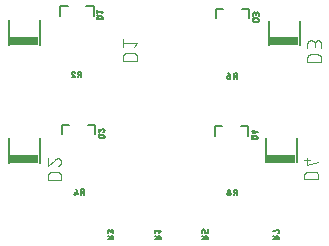
<source format=gbr>
G04 EAGLE Gerber RS-274X export*
G75*
%MOMM*%
%FSLAX34Y34*%
%LPD*%
%INSilkscreen Bottom*%
%IPPOS*%
%AMOC8*
5,1,8,0,0,1.08239X$1,22.5*%
G01*
%ADD10C,0.203200*%
%ADD11R,2.450000X0.675000*%
%ADD12C,0.101600*%
%ADD13C,0.127000*%


D10*
X109346Y222804D02*
X109346Y243404D01*
X83346Y243404D02*
X83346Y222804D01*
D11*
X96346Y225879D03*
D12*
X179904Y209262D02*
X191588Y209262D01*
X191588Y212508D01*
X191589Y212508D02*
X191587Y212621D01*
X191581Y212734D01*
X191571Y212847D01*
X191557Y212960D01*
X191540Y213072D01*
X191518Y213183D01*
X191493Y213293D01*
X191463Y213403D01*
X191430Y213511D01*
X191393Y213618D01*
X191353Y213724D01*
X191308Y213828D01*
X191260Y213931D01*
X191209Y214032D01*
X191154Y214131D01*
X191096Y214228D01*
X191034Y214323D01*
X190969Y214416D01*
X190901Y214506D01*
X190830Y214594D01*
X190755Y214680D01*
X190678Y214763D01*
X190598Y214843D01*
X190515Y214920D01*
X190429Y214995D01*
X190341Y215066D01*
X190251Y215134D01*
X190158Y215199D01*
X190063Y215261D01*
X189966Y215319D01*
X189867Y215374D01*
X189766Y215425D01*
X189663Y215473D01*
X189559Y215518D01*
X189453Y215558D01*
X189346Y215595D01*
X189238Y215628D01*
X189128Y215658D01*
X189018Y215683D01*
X188907Y215705D01*
X188795Y215722D01*
X188682Y215736D01*
X188569Y215746D01*
X188456Y215752D01*
X188343Y215754D01*
X188343Y215753D02*
X183150Y215753D01*
X183150Y215754D02*
X183037Y215752D01*
X182924Y215746D01*
X182811Y215736D01*
X182698Y215722D01*
X182586Y215705D01*
X182475Y215683D01*
X182365Y215658D01*
X182255Y215628D01*
X182147Y215595D01*
X182040Y215558D01*
X181934Y215518D01*
X181830Y215473D01*
X181727Y215425D01*
X181626Y215374D01*
X181527Y215319D01*
X181430Y215261D01*
X181335Y215199D01*
X181242Y215134D01*
X181152Y215066D01*
X181064Y214995D01*
X180978Y214920D01*
X180895Y214843D01*
X180815Y214763D01*
X180738Y214680D01*
X180663Y214594D01*
X180592Y214506D01*
X180524Y214416D01*
X180459Y214323D01*
X180397Y214228D01*
X180339Y214131D01*
X180284Y214032D01*
X180233Y213931D01*
X180185Y213828D01*
X180140Y213724D01*
X180100Y213618D01*
X180063Y213511D01*
X180030Y213403D01*
X180000Y213293D01*
X179975Y213183D01*
X179953Y213072D01*
X179936Y212960D01*
X179922Y212847D01*
X179912Y212734D01*
X179906Y212621D01*
X179904Y212508D01*
X179904Y209262D01*
X188992Y221073D02*
X191588Y224319D01*
X179904Y224319D01*
X179904Y227564D02*
X179904Y221073D01*
D10*
X109316Y143247D02*
X109316Y122647D01*
X83316Y122647D02*
X83316Y143247D01*
D11*
X96316Y125722D03*
D12*
X115874Y108105D02*
X127558Y108105D01*
X127558Y111350D01*
X127556Y111463D01*
X127550Y111576D01*
X127540Y111689D01*
X127526Y111802D01*
X127509Y111914D01*
X127487Y112025D01*
X127462Y112135D01*
X127432Y112245D01*
X127399Y112353D01*
X127362Y112460D01*
X127322Y112566D01*
X127277Y112670D01*
X127229Y112773D01*
X127178Y112874D01*
X127123Y112973D01*
X127065Y113070D01*
X127003Y113165D01*
X126938Y113258D01*
X126870Y113348D01*
X126799Y113436D01*
X126724Y113522D01*
X126647Y113605D01*
X126567Y113685D01*
X126484Y113762D01*
X126398Y113837D01*
X126310Y113908D01*
X126220Y113976D01*
X126127Y114041D01*
X126032Y114103D01*
X125935Y114161D01*
X125836Y114216D01*
X125735Y114267D01*
X125632Y114315D01*
X125528Y114360D01*
X125422Y114400D01*
X125315Y114437D01*
X125207Y114470D01*
X125097Y114500D01*
X124987Y114525D01*
X124876Y114547D01*
X124764Y114564D01*
X124651Y114578D01*
X124538Y114588D01*
X124425Y114594D01*
X124312Y114596D01*
X119119Y114596D01*
X119006Y114594D01*
X118893Y114588D01*
X118780Y114578D01*
X118667Y114564D01*
X118555Y114547D01*
X118444Y114525D01*
X118334Y114500D01*
X118224Y114470D01*
X118116Y114437D01*
X118009Y114400D01*
X117903Y114360D01*
X117799Y114315D01*
X117696Y114267D01*
X117595Y114216D01*
X117496Y114161D01*
X117399Y114103D01*
X117304Y114041D01*
X117211Y113976D01*
X117121Y113908D01*
X117033Y113837D01*
X116947Y113762D01*
X116864Y113685D01*
X116784Y113605D01*
X116707Y113522D01*
X116632Y113436D01*
X116561Y113348D01*
X116493Y113258D01*
X116428Y113165D01*
X116366Y113070D01*
X116308Y112973D01*
X116253Y112874D01*
X116202Y112773D01*
X116154Y112670D01*
X116109Y112566D01*
X116069Y112460D01*
X116032Y112353D01*
X115999Y112245D01*
X115969Y112135D01*
X115944Y112025D01*
X115922Y111914D01*
X115905Y111802D01*
X115891Y111689D01*
X115881Y111576D01*
X115875Y111463D01*
X115873Y111350D01*
X115874Y111350D02*
X115874Y108105D01*
X127558Y123486D02*
X127556Y123593D01*
X127550Y123699D01*
X127540Y123805D01*
X127527Y123911D01*
X127509Y124017D01*
X127488Y124121D01*
X127463Y124225D01*
X127434Y124328D01*
X127402Y124429D01*
X127365Y124529D01*
X127325Y124628D01*
X127282Y124726D01*
X127235Y124822D01*
X127184Y124916D01*
X127130Y125008D01*
X127073Y125098D01*
X127013Y125186D01*
X126949Y125271D01*
X126882Y125354D01*
X126812Y125435D01*
X126740Y125513D01*
X126664Y125589D01*
X126586Y125661D01*
X126505Y125731D01*
X126422Y125798D01*
X126337Y125862D01*
X126249Y125922D01*
X126159Y125979D01*
X126067Y126033D01*
X125973Y126084D01*
X125877Y126131D01*
X125779Y126174D01*
X125680Y126214D01*
X125580Y126251D01*
X125479Y126283D01*
X125376Y126312D01*
X125272Y126337D01*
X125168Y126358D01*
X125062Y126376D01*
X124956Y126389D01*
X124850Y126399D01*
X124744Y126405D01*
X124637Y126407D01*
X127558Y123486D02*
X127556Y123365D01*
X127550Y123244D01*
X127540Y123124D01*
X127527Y123003D01*
X127509Y122884D01*
X127488Y122764D01*
X127463Y122646D01*
X127434Y122529D01*
X127401Y122412D01*
X127365Y122297D01*
X127324Y122183D01*
X127281Y122070D01*
X127233Y121958D01*
X127182Y121849D01*
X127127Y121741D01*
X127069Y121634D01*
X127008Y121530D01*
X126943Y121428D01*
X126875Y121328D01*
X126804Y121230D01*
X126730Y121134D01*
X126653Y121041D01*
X126572Y120951D01*
X126489Y120863D01*
X126403Y120778D01*
X126314Y120695D01*
X126223Y120616D01*
X126129Y120539D01*
X126033Y120466D01*
X125935Y120396D01*
X125834Y120329D01*
X125731Y120265D01*
X125626Y120205D01*
X125519Y120148D01*
X125411Y120094D01*
X125301Y120044D01*
X125189Y119998D01*
X125076Y119955D01*
X124961Y119916D01*
X122365Y125433D02*
X122442Y125512D01*
X122523Y125588D01*
X122606Y125661D01*
X122691Y125731D01*
X122779Y125798D01*
X122869Y125862D01*
X122961Y125922D01*
X123056Y125979D01*
X123152Y126033D01*
X123250Y126084D01*
X123350Y126131D01*
X123452Y126175D01*
X123555Y126215D01*
X123659Y126251D01*
X123765Y126283D01*
X123871Y126312D01*
X123979Y126337D01*
X124087Y126359D01*
X124197Y126376D01*
X124306Y126390D01*
X124416Y126399D01*
X124527Y126405D01*
X124637Y126407D01*
X122365Y125433D02*
X115874Y119916D01*
X115874Y126407D01*
D10*
X329234Y222518D02*
X329234Y243118D01*
X303234Y243118D02*
X303234Y222518D01*
D11*
X316234Y225593D03*
D12*
X335792Y207976D02*
X347476Y207976D01*
X347476Y211222D01*
X347474Y211335D01*
X347468Y211448D01*
X347458Y211561D01*
X347444Y211674D01*
X347427Y211786D01*
X347405Y211897D01*
X347380Y212007D01*
X347350Y212117D01*
X347317Y212225D01*
X347280Y212332D01*
X347240Y212438D01*
X347195Y212542D01*
X347147Y212645D01*
X347096Y212746D01*
X347041Y212845D01*
X346983Y212942D01*
X346921Y213037D01*
X346856Y213130D01*
X346788Y213220D01*
X346717Y213308D01*
X346642Y213394D01*
X346565Y213477D01*
X346485Y213557D01*
X346402Y213634D01*
X346316Y213709D01*
X346228Y213780D01*
X346138Y213848D01*
X346045Y213913D01*
X345950Y213975D01*
X345853Y214033D01*
X345754Y214088D01*
X345653Y214139D01*
X345550Y214187D01*
X345446Y214232D01*
X345340Y214272D01*
X345233Y214309D01*
X345125Y214342D01*
X345015Y214372D01*
X344905Y214397D01*
X344794Y214419D01*
X344682Y214436D01*
X344569Y214450D01*
X344456Y214460D01*
X344343Y214466D01*
X344230Y214468D01*
X344230Y214467D02*
X339037Y214467D01*
X339037Y214468D02*
X338924Y214466D01*
X338811Y214460D01*
X338698Y214450D01*
X338585Y214436D01*
X338473Y214419D01*
X338362Y214397D01*
X338252Y214372D01*
X338142Y214342D01*
X338034Y214309D01*
X337927Y214272D01*
X337821Y214232D01*
X337717Y214187D01*
X337614Y214139D01*
X337513Y214088D01*
X337414Y214033D01*
X337317Y213975D01*
X337222Y213913D01*
X337129Y213848D01*
X337039Y213780D01*
X336951Y213709D01*
X336865Y213634D01*
X336782Y213557D01*
X336702Y213477D01*
X336625Y213394D01*
X336550Y213308D01*
X336479Y213220D01*
X336411Y213130D01*
X336346Y213037D01*
X336284Y212942D01*
X336226Y212845D01*
X336171Y212746D01*
X336120Y212645D01*
X336072Y212542D01*
X336027Y212438D01*
X335987Y212332D01*
X335950Y212225D01*
X335917Y212117D01*
X335887Y212007D01*
X335862Y211897D01*
X335840Y211786D01*
X335823Y211674D01*
X335809Y211561D01*
X335799Y211448D01*
X335793Y211335D01*
X335791Y211222D01*
X335792Y211222D02*
X335792Y207976D01*
X335792Y219787D02*
X335792Y223033D01*
X335791Y223033D02*
X335793Y223146D01*
X335799Y223259D01*
X335809Y223372D01*
X335823Y223485D01*
X335840Y223597D01*
X335862Y223708D01*
X335887Y223818D01*
X335917Y223928D01*
X335950Y224036D01*
X335987Y224143D01*
X336027Y224249D01*
X336072Y224353D01*
X336120Y224456D01*
X336171Y224557D01*
X336226Y224656D01*
X336284Y224753D01*
X336346Y224848D01*
X336411Y224941D01*
X336479Y225031D01*
X336550Y225119D01*
X336625Y225205D01*
X336702Y225288D01*
X336782Y225368D01*
X336865Y225445D01*
X336951Y225520D01*
X337039Y225591D01*
X337129Y225659D01*
X337222Y225724D01*
X337317Y225786D01*
X337414Y225844D01*
X337513Y225899D01*
X337614Y225950D01*
X337717Y225998D01*
X337821Y226043D01*
X337927Y226083D01*
X338034Y226120D01*
X338142Y226153D01*
X338252Y226183D01*
X338362Y226208D01*
X338473Y226230D01*
X338585Y226247D01*
X338698Y226261D01*
X338811Y226271D01*
X338924Y226277D01*
X339037Y226279D01*
X339150Y226277D01*
X339263Y226271D01*
X339376Y226261D01*
X339489Y226247D01*
X339601Y226230D01*
X339712Y226208D01*
X339822Y226183D01*
X339932Y226153D01*
X340040Y226120D01*
X340147Y226083D01*
X340253Y226043D01*
X340357Y225998D01*
X340460Y225950D01*
X340561Y225899D01*
X340660Y225844D01*
X340757Y225786D01*
X340852Y225724D01*
X340945Y225659D01*
X341035Y225591D01*
X341123Y225520D01*
X341209Y225445D01*
X341292Y225368D01*
X341372Y225288D01*
X341449Y225205D01*
X341524Y225119D01*
X341595Y225031D01*
X341663Y224941D01*
X341728Y224848D01*
X341790Y224753D01*
X341848Y224656D01*
X341903Y224557D01*
X341954Y224456D01*
X342002Y224353D01*
X342047Y224249D01*
X342087Y224143D01*
X342124Y224036D01*
X342157Y223928D01*
X342187Y223818D01*
X342212Y223708D01*
X342234Y223597D01*
X342251Y223485D01*
X342265Y223372D01*
X342275Y223259D01*
X342281Y223146D01*
X342283Y223033D01*
X347476Y223682D02*
X347476Y219787D01*
X347475Y223682D02*
X347473Y223783D01*
X347467Y223883D01*
X347457Y223983D01*
X347444Y224083D01*
X347426Y224182D01*
X347405Y224281D01*
X347380Y224378D01*
X347351Y224475D01*
X347318Y224570D01*
X347282Y224664D01*
X347242Y224756D01*
X347199Y224847D01*
X347152Y224936D01*
X347102Y225023D01*
X347048Y225109D01*
X346991Y225192D01*
X346931Y225272D01*
X346868Y225351D01*
X346801Y225427D01*
X346732Y225500D01*
X346660Y225570D01*
X346586Y225638D01*
X346509Y225703D01*
X346429Y225764D01*
X346347Y225823D01*
X346263Y225878D01*
X346177Y225930D01*
X346089Y225979D01*
X345999Y226024D01*
X345907Y226066D01*
X345814Y226104D01*
X345719Y226138D01*
X345624Y226169D01*
X345527Y226196D01*
X345429Y226219D01*
X345330Y226239D01*
X345230Y226254D01*
X345130Y226266D01*
X345030Y226274D01*
X344929Y226278D01*
X344829Y226278D01*
X344728Y226274D01*
X344628Y226266D01*
X344528Y226254D01*
X344428Y226239D01*
X344329Y226219D01*
X344231Y226196D01*
X344134Y226169D01*
X344039Y226138D01*
X343944Y226104D01*
X343851Y226066D01*
X343759Y226024D01*
X343669Y225979D01*
X343581Y225930D01*
X343495Y225878D01*
X343411Y225823D01*
X343329Y225764D01*
X343249Y225703D01*
X343172Y225638D01*
X343098Y225570D01*
X343026Y225500D01*
X342957Y225427D01*
X342890Y225351D01*
X342827Y225272D01*
X342767Y225192D01*
X342710Y225109D01*
X342656Y225023D01*
X342606Y224936D01*
X342559Y224847D01*
X342516Y224756D01*
X342476Y224664D01*
X342440Y224570D01*
X342407Y224475D01*
X342378Y224378D01*
X342353Y224281D01*
X342332Y224182D01*
X342314Y224083D01*
X342301Y223983D01*
X342291Y223883D01*
X342285Y223783D01*
X342283Y223682D01*
X342283Y221085D01*
D10*
X326705Y143818D02*
X326705Y123218D01*
X300705Y123218D02*
X300705Y143818D01*
D11*
X313705Y126293D03*
D12*
X333263Y108676D02*
X344947Y108676D01*
X344947Y111922D01*
X344945Y112035D01*
X344939Y112148D01*
X344929Y112261D01*
X344915Y112374D01*
X344898Y112486D01*
X344876Y112597D01*
X344851Y112707D01*
X344821Y112817D01*
X344788Y112925D01*
X344751Y113032D01*
X344711Y113138D01*
X344666Y113242D01*
X344618Y113345D01*
X344567Y113446D01*
X344512Y113545D01*
X344454Y113642D01*
X344392Y113737D01*
X344327Y113830D01*
X344259Y113920D01*
X344188Y114008D01*
X344113Y114094D01*
X344036Y114177D01*
X343956Y114257D01*
X343873Y114334D01*
X343787Y114409D01*
X343699Y114480D01*
X343609Y114548D01*
X343516Y114613D01*
X343421Y114675D01*
X343324Y114733D01*
X343225Y114788D01*
X343124Y114839D01*
X343021Y114887D01*
X342917Y114932D01*
X342811Y114972D01*
X342704Y115009D01*
X342596Y115042D01*
X342486Y115072D01*
X342376Y115097D01*
X342265Y115119D01*
X342153Y115136D01*
X342040Y115150D01*
X341927Y115160D01*
X341814Y115166D01*
X341701Y115168D01*
X336508Y115168D01*
X336395Y115166D01*
X336282Y115160D01*
X336169Y115150D01*
X336056Y115136D01*
X335944Y115119D01*
X335833Y115097D01*
X335723Y115072D01*
X335613Y115042D01*
X335505Y115009D01*
X335398Y114972D01*
X335292Y114932D01*
X335188Y114887D01*
X335085Y114839D01*
X334984Y114788D01*
X334885Y114733D01*
X334788Y114675D01*
X334693Y114613D01*
X334600Y114548D01*
X334510Y114480D01*
X334422Y114409D01*
X334336Y114334D01*
X334253Y114257D01*
X334173Y114177D01*
X334096Y114094D01*
X334021Y114008D01*
X333950Y113920D01*
X333882Y113830D01*
X333817Y113737D01*
X333755Y113642D01*
X333697Y113545D01*
X333642Y113446D01*
X333591Y113345D01*
X333543Y113242D01*
X333498Y113138D01*
X333458Y113032D01*
X333421Y112925D01*
X333388Y112817D01*
X333358Y112707D01*
X333333Y112597D01*
X333311Y112486D01*
X333294Y112374D01*
X333280Y112261D01*
X333270Y112148D01*
X333264Y112035D01*
X333262Y111922D01*
X333263Y111922D02*
X333263Y108676D01*
X335859Y120487D02*
X344947Y123084D01*
X335859Y120487D02*
X335859Y126979D01*
X333263Y125031D02*
X338456Y125031D01*
D10*
X154838Y255072D02*
X148838Y255072D01*
X154838Y255072D02*
X154838Y247072D01*
X132838Y255072D02*
X126838Y255072D01*
X126838Y247072D01*
D13*
X159323Y244185D02*
X161468Y244185D01*
X161539Y244187D01*
X161611Y244193D01*
X161681Y244202D01*
X161751Y244215D01*
X161821Y244232D01*
X161889Y244253D01*
X161956Y244277D01*
X162022Y244305D01*
X162086Y244336D01*
X162149Y244371D01*
X162209Y244409D01*
X162268Y244450D01*
X162324Y244494D01*
X162378Y244541D01*
X162429Y244590D01*
X162477Y244643D01*
X162523Y244698D01*
X162565Y244755D01*
X162605Y244815D01*
X162641Y244876D01*
X162674Y244940D01*
X162703Y245005D01*
X162729Y245071D01*
X162752Y245139D01*
X162771Y245208D01*
X162786Y245278D01*
X162797Y245348D01*
X162805Y245419D01*
X162809Y245490D01*
X162809Y245562D01*
X162805Y245633D01*
X162797Y245704D01*
X162786Y245774D01*
X162771Y245844D01*
X162752Y245913D01*
X162729Y245981D01*
X162703Y246047D01*
X162674Y246112D01*
X162641Y246176D01*
X162605Y246237D01*
X162565Y246297D01*
X162523Y246354D01*
X162477Y246409D01*
X162429Y246462D01*
X162378Y246511D01*
X162324Y246558D01*
X162268Y246602D01*
X162209Y246643D01*
X162149Y246681D01*
X162086Y246716D01*
X162022Y246747D01*
X161956Y246775D01*
X161889Y246799D01*
X161821Y246820D01*
X161751Y246837D01*
X161681Y246850D01*
X161611Y246859D01*
X161539Y246865D01*
X161468Y246867D01*
X161468Y246866D02*
X159323Y246866D01*
X159323Y246867D02*
X159252Y246865D01*
X159180Y246859D01*
X159110Y246850D01*
X159040Y246837D01*
X158970Y246820D01*
X158902Y246799D01*
X158835Y246775D01*
X158769Y246747D01*
X158705Y246716D01*
X158642Y246681D01*
X158582Y246643D01*
X158523Y246602D01*
X158467Y246558D01*
X158413Y246511D01*
X158362Y246462D01*
X158314Y246409D01*
X158268Y246354D01*
X158226Y246297D01*
X158186Y246237D01*
X158150Y246176D01*
X158117Y246112D01*
X158088Y246047D01*
X158062Y245981D01*
X158039Y245913D01*
X158020Y245844D01*
X158005Y245774D01*
X157994Y245704D01*
X157986Y245633D01*
X157982Y245562D01*
X157982Y245490D01*
X157986Y245419D01*
X157994Y245348D01*
X158005Y245278D01*
X158020Y245208D01*
X158039Y245139D01*
X158062Y245071D01*
X158088Y245005D01*
X158117Y244940D01*
X158150Y244876D01*
X158186Y244815D01*
X158226Y244755D01*
X158268Y244698D01*
X158314Y244643D01*
X158362Y244590D01*
X158413Y244541D01*
X158467Y244494D01*
X158523Y244450D01*
X158582Y244409D01*
X158642Y244371D01*
X158705Y244336D01*
X158769Y244305D01*
X158835Y244277D01*
X158902Y244253D01*
X158970Y244232D01*
X159040Y244215D01*
X159110Y244202D01*
X159180Y244193D01*
X159252Y244187D01*
X159323Y244185D01*
X159055Y246330D02*
X157983Y247403D01*
X161736Y249277D02*
X162809Y250618D01*
X157983Y250618D01*
X157983Y249277D02*
X157983Y251959D01*
D10*
X156205Y154736D02*
X150205Y154736D01*
X156205Y154736D02*
X156205Y146736D01*
X134205Y154736D02*
X128205Y154736D01*
X128205Y146736D01*
D13*
X160691Y143850D02*
X162836Y143850D01*
X162836Y143849D02*
X162907Y143851D01*
X162979Y143857D01*
X163049Y143866D01*
X163119Y143879D01*
X163189Y143896D01*
X163257Y143917D01*
X163324Y143941D01*
X163390Y143969D01*
X163454Y144000D01*
X163517Y144035D01*
X163577Y144073D01*
X163636Y144114D01*
X163692Y144158D01*
X163746Y144205D01*
X163797Y144254D01*
X163845Y144307D01*
X163891Y144362D01*
X163933Y144419D01*
X163973Y144479D01*
X164009Y144540D01*
X164042Y144604D01*
X164071Y144669D01*
X164097Y144735D01*
X164120Y144803D01*
X164139Y144872D01*
X164154Y144942D01*
X164165Y145012D01*
X164173Y145083D01*
X164177Y145154D01*
X164177Y145226D01*
X164173Y145297D01*
X164165Y145368D01*
X164154Y145438D01*
X164139Y145508D01*
X164120Y145577D01*
X164097Y145645D01*
X164071Y145711D01*
X164042Y145776D01*
X164009Y145840D01*
X163973Y145901D01*
X163933Y145961D01*
X163891Y146018D01*
X163845Y146073D01*
X163797Y146126D01*
X163746Y146175D01*
X163692Y146222D01*
X163636Y146266D01*
X163577Y146307D01*
X163517Y146345D01*
X163454Y146380D01*
X163390Y146411D01*
X163324Y146439D01*
X163257Y146463D01*
X163189Y146484D01*
X163119Y146501D01*
X163049Y146514D01*
X162979Y146523D01*
X162907Y146529D01*
X162836Y146531D01*
X160691Y146531D01*
X160620Y146529D01*
X160548Y146523D01*
X160478Y146514D01*
X160408Y146501D01*
X160338Y146484D01*
X160270Y146463D01*
X160203Y146439D01*
X160137Y146411D01*
X160073Y146380D01*
X160010Y146345D01*
X159950Y146307D01*
X159891Y146266D01*
X159835Y146222D01*
X159781Y146175D01*
X159730Y146126D01*
X159682Y146073D01*
X159636Y146018D01*
X159594Y145961D01*
X159554Y145901D01*
X159518Y145840D01*
X159485Y145776D01*
X159456Y145711D01*
X159430Y145645D01*
X159407Y145577D01*
X159388Y145508D01*
X159373Y145438D01*
X159362Y145368D01*
X159354Y145297D01*
X159350Y145226D01*
X159350Y145154D01*
X159354Y145083D01*
X159362Y145012D01*
X159373Y144942D01*
X159388Y144872D01*
X159407Y144803D01*
X159430Y144735D01*
X159456Y144669D01*
X159485Y144604D01*
X159518Y144540D01*
X159554Y144479D01*
X159594Y144419D01*
X159636Y144362D01*
X159682Y144307D01*
X159730Y144254D01*
X159781Y144205D01*
X159835Y144158D01*
X159891Y144114D01*
X159950Y144073D01*
X160010Y144035D01*
X160073Y144000D01*
X160137Y143969D01*
X160203Y143941D01*
X160270Y143917D01*
X160338Y143896D01*
X160408Y143879D01*
X160478Y143866D01*
X160548Y143857D01*
X160620Y143851D01*
X160691Y143849D01*
X160423Y145994D02*
X159350Y147067D01*
X162970Y151623D02*
X163038Y151621D01*
X163105Y151615D01*
X163172Y151606D01*
X163239Y151593D01*
X163304Y151576D01*
X163369Y151555D01*
X163432Y151531D01*
X163494Y151503D01*
X163554Y151472D01*
X163612Y151438D01*
X163668Y151400D01*
X163723Y151360D01*
X163774Y151316D01*
X163823Y151269D01*
X163870Y151220D01*
X163914Y151169D01*
X163954Y151114D01*
X163992Y151058D01*
X164026Y151000D01*
X164057Y150940D01*
X164085Y150878D01*
X164109Y150815D01*
X164130Y150750D01*
X164147Y150685D01*
X164160Y150618D01*
X164169Y150551D01*
X164175Y150484D01*
X164177Y150416D01*
X164176Y150416D02*
X164174Y150338D01*
X164168Y150260D01*
X164158Y150183D01*
X164145Y150106D01*
X164127Y150030D01*
X164106Y149955D01*
X164081Y149881D01*
X164052Y149809D01*
X164020Y149738D01*
X163984Y149669D01*
X163945Y149601D01*
X163902Y149536D01*
X163856Y149473D01*
X163807Y149412D01*
X163755Y149354D01*
X163700Y149299D01*
X163643Y149246D01*
X163583Y149197D01*
X163520Y149150D01*
X163455Y149107D01*
X163389Y149067D01*
X163320Y149030D01*
X163249Y148997D01*
X163177Y148967D01*
X163104Y148941D01*
X162032Y151221D02*
X162081Y151270D01*
X162133Y151317D01*
X162188Y151360D01*
X162245Y151401D01*
X162304Y151439D01*
X162365Y151473D01*
X162428Y151504D01*
X162492Y151532D01*
X162558Y151556D01*
X162624Y151576D01*
X162692Y151593D01*
X162761Y151606D01*
X162830Y151615D01*
X162900Y151621D01*
X162970Y151623D01*
X162031Y151221D02*
X159350Y148942D01*
X159350Y151623D01*
D10*
X280879Y253156D02*
X286879Y253156D01*
X286879Y245156D01*
X264879Y253156D02*
X258879Y253156D01*
X258879Y245156D01*
D13*
X291364Y242270D02*
X293509Y242270D01*
X293509Y242269D02*
X293580Y242271D01*
X293652Y242277D01*
X293722Y242286D01*
X293792Y242299D01*
X293862Y242316D01*
X293930Y242337D01*
X293997Y242361D01*
X294063Y242389D01*
X294127Y242420D01*
X294190Y242455D01*
X294250Y242493D01*
X294309Y242534D01*
X294365Y242578D01*
X294419Y242625D01*
X294470Y242674D01*
X294518Y242727D01*
X294564Y242782D01*
X294606Y242839D01*
X294646Y242899D01*
X294682Y242960D01*
X294715Y243024D01*
X294744Y243089D01*
X294770Y243155D01*
X294793Y243223D01*
X294812Y243292D01*
X294827Y243362D01*
X294838Y243432D01*
X294846Y243503D01*
X294850Y243574D01*
X294850Y243646D01*
X294846Y243717D01*
X294838Y243788D01*
X294827Y243858D01*
X294812Y243928D01*
X294793Y243997D01*
X294770Y244065D01*
X294744Y244131D01*
X294715Y244196D01*
X294682Y244260D01*
X294646Y244321D01*
X294606Y244381D01*
X294564Y244438D01*
X294518Y244493D01*
X294470Y244546D01*
X294419Y244595D01*
X294365Y244642D01*
X294309Y244686D01*
X294250Y244727D01*
X294190Y244765D01*
X294127Y244800D01*
X294063Y244831D01*
X293997Y244859D01*
X293930Y244883D01*
X293862Y244904D01*
X293792Y244921D01*
X293722Y244934D01*
X293652Y244943D01*
X293580Y244949D01*
X293509Y244951D01*
X291364Y244951D01*
X291293Y244949D01*
X291221Y244943D01*
X291151Y244934D01*
X291081Y244921D01*
X291011Y244904D01*
X290943Y244883D01*
X290876Y244859D01*
X290810Y244831D01*
X290746Y244800D01*
X290683Y244765D01*
X290623Y244727D01*
X290564Y244686D01*
X290508Y244642D01*
X290454Y244595D01*
X290403Y244546D01*
X290355Y244493D01*
X290309Y244438D01*
X290267Y244381D01*
X290227Y244321D01*
X290191Y244260D01*
X290158Y244196D01*
X290129Y244131D01*
X290103Y244065D01*
X290080Y243997D01*
X290061Y243928D01*
X290046Y243858D01*
X290035Y243788D01*
X290027Y243717D01*
X290023Y243646D01*
X290023Y243574D01*
X290027Y243503D01*
X290035Y243432D01*
X290046Y243362D01*
X290061Y243292D01*
X290080Y243223D01*
X290103Y243155D01*
X290129Y243089D01*
X290158Y243024D01*
X290191Y242960D01*
X290227Y242899D01*
X290267Y242839D01*
X290309Y242782D01*
X290355Y242727D01*
X290403Y242674D01*
X290454Y242625D01*
X290508Y242578D01*
X290564Y242534D01*
X290623Y242493D01*
X290683Y242455D01*
X290746Y242420D01*
X290810Y242389D01*
X290876Y242361D01*
X290943Y242337D01*
X291011Y242316D01*
X291081Y242299D01*
X291151Y242286D01*
X291221Y242277D01*
X291293Y242271D01*
X291364Y242269D01*
X291096Y244414D02*
X290024Y245487D01*
X290024Y247362D02*
X290024Y248702D01*
X290023Y248702D02*
X290025Y248773D01*
X290031Y248845D01*
X290040Y248915D01*
X290053Y248985D01*
X290070Y249055D01*
X290091Y249123D01*
X290115Y249190D01*
X290143Y249256D01*
X290174Y249320D01*
X290209Y249383D01*
X290247Y249443D01*
X290288Y249502D01*
X290332Y249558D01*
X290379Y249612D01*
X290428Y249663D01*
X290481Y249711D01*
X290536Y249757D01*
X290593Y249799D01*
X290653Y249839D01*
X290714Y249875D01*
X290778Y249908D01*
X290843Y249937D01*
X290909Y249963D01*
X290977Y249986D01*
X291046Y250005D01*
X291116Y250020D01*
X291186Y250031D01*
X291257Y250039D01*
X291328Y250043D01*
X291400Y250043D01*
X291471Y250039D01*
X291542Y250031D01*
X291612Y250020D01*
X291682Y250005D01*
X291751Y249986D01*
X291819Y249963D01*
X291885Y249937D01*
X291950Y249908D01*
X292014Y249875D01*
X292075Y249839D01*
X292135Y249799D01*
X292192Y249757D01*
X292247Y249711D01*
X292300Y249663D01*
X292349Y249612D01*
X292396Y249558D01*
X292440Y249502D01*
X292481Y249443D01*
X292519Y249383D01*
X292554Y249320D01*
X292585Y249256D01*
X292613Y249190D01*
X292637Y249123D01*
X292658Y249055D01*
X292675Y248985D01*
X292688Y248915D01*
X292697Y248845D01*
X292703Y248773D01*
X292705Y248702D01*
X294850Y248970D02*
X294850Y247362D01*
X294849Y248970D02*
X294847Y249035D01*
X294841Y249099D01*
X294831Y249163D01*
X294818Y249227D01*
X294800Y249289D01*
X294779Y249350D01*
X294755Y249410D01*
X294726Y249468D01*
X294694Y249525D01*
X294659Y249579D01*
X294621Y249631D01*
X294579Y249681D01*
X294535Y249728D01*
X294488Y249772D01*
X294438Y249814D01*
X294386Y249852D01*
X294332Y249887D01*
X294275Y249919D01*
X294217Y249948D01*
X294157Y249972D01*
X294096Y249993D01*
X294034Y250011D01*
X293970Y250024D01*
X293906Y250034D01*
X293842Y250040D01*
X293777Y250042D01*
X293712Y250040D01*
X293648Y250034D01*
X293584Y250024D01*
X293520Y250011D01*
X293458Y249993D01*
X293397Y249972D01*
X293337Y249948D01*
X293279Y249919D01*
X293222Y249887D01*
X293168Y249852D01*
X293116Y249814D01*
X293066Y249772D01*
X293019Y249728D01*
X292975Y249681D01*
X292933Y249631D01*
X292895Y249579D01*
X292860Y249525D01*
X292828Y249468D01*
X292799Y249410D01*
X292775Y249350D01*
X292754Y249289D01*
X292736Y249227D01*
X292723Y249163D01*
X292713Y249099D01*
X292707Y249035D01*
X292705Y248970D01*
X292705Y247898D01*
D10*
X285892Y153554D02*
X279892Y153554D01*
X285892Y153554D02*
X285892Y145554D01*
X263892Y153554D02*
X257892Y153554D01*
X257892Y145554D01*
D13*
X290378Y142667D02*
X292523Y142667D01*
X292594Y142669D01*
X292666Y142675D01*
X292736Y142684D01*
X292806Y142697D01*
X292876Y142714D01*
X292944Y142735D01*
X293011Y142759D01*
X293077Y142787D01*
X293141Y142818D01*
X293204Y142853D01*
X293264Y142891D01*
X293323Y142932D01*
X293379Y142976D01*
X293433Y143023D01*
X293484Y143072D01*
X293532Y143125D01*
X293578Y143180D01*
X293620Y143237D01*
X293660Y143297D01*
X293696Y143358D01*
X293729Y143422D01*
X293758Y143487D01*
X293784Y143553D01*
X293807Y143621D01*
X293826Y143690D01*
X293841Y143760D01*
X293852Y143830D01*
X293860Y143901D01*
X293864Y143972D01*
X293864Y144044D01*
X293860Y144115D01*
X293852Y144186D01*
X293841Y144256D01*
X293826Y144326D01*
X293807Y144395D01*
X293784Y144463D01*
X293758Y144529D01*
X293729Y144594D01*
X293696Y144658D01*
X293660Y144719D01*
X293620Y144779D01*
X293578Y144836D01*
X293532Y144891D01*
X293484Y144944D01*
X293433Y144993D01*
X293379Y145040D01*
X293323Y145084D01*
X293264Y145125D01*
X293204Y145163D01*
X293141Y145198D01*
X293077Y145229D01*
X293011Y145257D01*
X292944Y145281D01*
X292876Y145302D01*
X292806Y145319D01*
X292736Y145332D01*
X292666Y145341D01*
X292594Y145347D01*
X292523Y145349D01*
X292523Y145348D02*
X290378Y145348D01*
X290378Y145349D02*
X290307Y145347D01*
X290235Y145341D01*
X290165Y145332D01*
X290095Y145319D01*
X290025Y145302D01*
X289957Y145281D01*
X289890Y145257D01*
X289824Y145229D01*
X289760Y145198D01*
X289697Y145163D01*
X289637Y145125D01*
X289578Y145084D01*
X289522Y145040D01*
X289468Y144993D01*
X289417Y144944D01*
X289369Y144891D01*
X289323Y144836D01*
X289281Y144779D01*
X289241Y144719D01*
X289205Y144658D01*
X289172Y144594D01*
X289143Y144529D01*
X289117Y144463D01*
X289094Y144395D01*
X289075Y144326D01*
X289060Y144256D01*
X289049Y144186D01*
X289041Y144115D01*
X289037Y144044D01*
X289037Y143972D01*
X289041Y143901D01*
X289049Y143830D01*
X289060Y143760D01*
X289075Y143690D01*
X289094Y143621D01*
X289117Y143553D01*
X289143Y143487D01*
X289172Y143422D01*
X289205Y143358D01*
X289241Y143297D01*
X289281Y143237D01*
X289323Y143180D01*
X289369Y143125D01*
X289417Y143072D01*
X289468Y143023D01*
X289522Y142976D01*
X289578Y142932D01*
X289637Y142891D01*
X289697Y142853D01*
X289760Y142818D01*
X289824Y142787D01*
X289890Y142759D01*
X289957Y142735D01*
X290025Y142714D01*
X290095Y142697D01*
X290165Y142684D01*
X290235Y142675D01*
X290307Y142669D01*
X290378Y142667D01*
X290110Y144812D02*
X289037Y145885D01*
X290110Y147759D02*
X293863Y148832D01*
X290110Y147759D02*
X290110Y150441D01*
X291182Y149636D02*
X289037Y149636D01*
X211594Y57838D02*
X206768Y57838D01*
X211594Y57838D02*
X211594Y59179D01*
X211592Y59250D01*
X211586Y59322D01*
X211577Y59392D01*
X211564Y59462D01*
X211547Y59532D01*
X211526Y59600D01*
X211502Y59667D01*
X211474Y59733D01*
X211443Y59797D01*
X211408Y59860D01*
X211370Y59920D01*
X211329Y59979D01*
X211285Y60035D01*
X211238Y60089D01*
X211189Y60140D01*
X211136Y60188D01*
X211081Y60234D01*
X211024Y60276D01*
X210964Y60316D01*
X210903Y60352D01*
X210839Y60385D01*
X210774Y60414D01*
X210708Y60440D01*
X210640Y60463D01*
X210571Y60482D01*
X210501Y60497D01*
X210431Y60508D01*
X210360Y60516D01*
X210289Y60520D01*
X210217Y60520D01*
X210146Y60516D01*
X210075Y60508D01*
X210005Y60497D01*
X209935Y60482D01*
X209866Y60463D01*
X209798Y60440D01*
X209732Y60414D01*
X209667Y60385D01*
X209603Y60352D01*
X209542Y60316D01*
X209482Y60276D01*
X209425Y60234D01*
X209370Y60188D01*
X209317Y60140D01*
X209268Y60089D01*
X209221Y60035D01*
X209177Y59979D01*
X209136Y59920D01*
X209098Y59860D01*
X209063Y59797D01*
X209032Y59733D01*
X209004Y59667D01*
X208980Y59600D01*
X208959Y59532D01*
X208942Y59462D01*
X208929Y59392D01*
X208920Y59322D01*
X208914Y59250D01*
X208912Y59179D01*
X208913Y59179D02*
X208913Y57838D01*
X208913Y59447D02*
X206768Y60519D01*
X210521Y63261D02*
X211594Y64601D01*
X206768Y64601D01*
X206768Y63261D02*
X206768Y65942D01*
X144556Y194932D02*
X144556Y199758D01*
X143216Y199758D01*
X143216Y199759D02*
X143145Y199757D01*
X143073Y199751D01*
X143003Y199742D01*
X142933Y199729D01*
X142863Y199712D01*
X142795Y199691D01*
X142728Y199667D01*
X142662Y199639D01*
X142598Y199608D01*
X142535Y199573D01*
X142475Y199535D01*
X142416Y199494D01*
X142360Y199450D01*
X142306Y199403D01*
X142255Y199354D01*
X142207Y199301D01*
X142161Y199246D01*
X142119Y199189D01*
X142079Y199129D01*
X142043Y199068D01*
X142010Y199004D01*
X141981Y198939D01*
X141955Y198873D01*
X141932Y198805D01*
X141913Y198736D01*
X141898Y198666D01*
X141887Y198596D01*
X141879Y198525D01*
X141875Y198454D01*
X141875Y198382D01*
X141879Y198311D01*
X141887Y198240D01*
X141898Y198170D01*
X141913Y198100D01*
X141932Y198031D01*
X141955Y197963D01*
X141981Y197897D01*
X142010Y197832D01*
X142043Y197768D01*
X142079Y197707D01*
X142119Y197647D01*
X142161Y197590D01*
X142207Y197535D01*
X142255Y197482D01*
X142306Y197433D01*
X142360Y197386D01*
X142416Y197342D01*
X142475Y197301D01*
X142535Y197263D01*
X142598Y197228D01*
X142662Y197197D01*
X142728Y197169D01*
X142795Y197145D01*
X142863Y197124D01*
X142933Y197107D01*
X143003Y197094D01*
X143073Y197085D01*
X143145Y197079D01*
X143216Y197077D01*
X144556Y197077D01*
X142948Y197077D02*
X141875Y194932D01*
X137659Y199759D02*
X137591Y199757D01*
X137524Y199751D01*
X137457Y199742D01*
X137390Y199729D01*
X137325Y199712D01*
X137260Y199691D01*
X137197Y199667D01*
X137135Y199639D01*
X137075Y199608D01*
X137017Y199574D01*
X136961Y199536D01*
X136906Y199496D01*
X136855Y199452D01*
X136806Y199405D01*
X136759Y199356D01*
X136715Y199305D01*
X136675Y199250D01*
X136637Y199194D01*
X136603Y199136D01*
X136572Y199076D01*
X136544Y199014D01*
X136520Y198951D01*
X136499Y198886D01*
X136482Y198821D01*
X136469Y198754D01*
X136460Y198687D01*
X136454Y198620D01*
X136452Y198552D01*
X137659Y199758D02*
X137737Y199756D01*
X137815Y199750D01*
X137892Y199740D01*
X137969Y199727D01*
X138045Y199709D01*
X138120Y199688D01*
X138194Y199663D01*
X138266Y199634D01*
X138337Y199602D01*
X138406Y199566D01*
X138474Y199527D01*
X138539Y199484D01*
X138602Y199438D01*
X138663Y199389D01*
X138721Y199337D01*
X138776Y199282D01*
X138829Y199225D01*
X138878Y199165D01*
X138925Y199102D01*
X138968Y199037D01*
X139008Y198971D01*
X139045Y198902D01*
X139078Y198831D01*
X139108Y198759D01*
X139134Y198685D01*
X136854Y197614D02*
X136805Y197663D01*
X136758Y197715D01*
X136715Y197770D01*
X136674Y197827D01*
X136636Y197886D01*
X136602Y197947D01*
X136571Y198010D01*
X136543Y198074D01*
X136519Y198140D01*
X136499Y198206D01*
X136482Y198274D01*
X136469Y198343D01*
X136460Y198412D01*
X136454Y198482D01*
X136452Y198552D01*
X136855Y197613D02*
X139134Y194932D01*
X136453Y194932D01*
X166709Y57859D02*
X171535Y57859D01*
X171535Y59199D01*
X171533Y59270D01*
X171527Y59342D01*
X171518Y59412D01*
X171505Y59482D01*
X171488Y59552D01*
X171467Y59620D01*
X171443Y59687D01*
X171415Y59753D01*
X171384Y59817D01*
X171349Y59880D01*
X171311Y59940D01*
X171270Y59999D01*
X171226Y60055D01*
X171179Y60109D01*
X171130Y60160D01*
X171077Y60208D01*
X171022Y60254D01*
X170965Y60296D01*
X170905Y60336D01*
X170844Y60372D01*
X170780Y60405D01*
X170715Y60434D01*
X170649Y60460D01*
X170581Y60483D01*
X170512Y60502D01*
X170442Y60517D01*
X170372Y60528D01*
X170301Y60536D01*
X170230Y60540D01*
X170158Y60540D01*
X170087Y60536D01*
X170016Y60528D01*
X169946Y60517D01*
X169876Y60502D01*
X169807Y60483D01*
X169739Y60460D01*
X169673Y60434D01*
X169608Y60405D01*
X169544Y60372D01*
X169483Y60336D01*
X169423Y60296D01*
X169366Y60254D01*
X169311Y60208D01*
X169258Y60160D01*
X169209Y60109D01*
X169162Y60055D01*
X169118Y59999D01*
X169077Y59940D01*
X169039Y59880D01*
X169004Y59817D01*
X168973Y59753D01*
X168945Y59687D01*
X168921Y59620D01*
X168900Y59552D01*
X168883Y59482D01*
X168870Y59412D01*
X168861Y59342D01*
X168855Y59270D01*
X168853Y59199D01*
X168854Y59199D02*
X168854Y57859D01*
X168854Y59467D02*
X166709Y60540D01*
X166709Y63281D02*
X166709Y64622D01*
X166708Y64622D02*
X166710Y64693D01*
X166716Y64765D01*
X166725Y64835D01*
X166738Y64905D01*
X166755Y64975D01*
X166776Y65043D01*
X166800Y65110D01*
X166828Y65176D01*
X166859Y65240D01*
X166894Y65303D01*
X166932Y65363D01*
X166973Y65422D01*
X167017Y65478D01*
X167064Y65532D01*
X167113Y65583D01*
X167166Y65631D01*
X167221Y65677D01*
X167278Y65719D01*
X167338Y65759D01*
X167399Y65795D01*
X167463Y65828D01*
X167528Y65857D01*
X167594Y65883D01*
X167662Y65906D01*
X167731Y65925D01*
X167801Y65940D01*
X167871Y65951D01*
X167942Y65959D01*
X168013Y65963D01*
X168085Y65963D01*
X168156Y65959D01*
X168227Y65951D01*
X168297Y65940D01*
X168367Y65925D01*
X168436Y65906D01*
X168504Y65883D01*
X168570Y65857D01*
X168635Y65828D01*
X168699Y65795D01*
X168760Y65759D01*
X168820Y65719D01*
X168877Y65677D01*
X168932Y65631D01*
X168985Y65583D01*
X169034Y65532D01*
X169081Y65478D01*
X169125Y65422D01*
X169166Y65363D01*
X169204Y65303D01*
X169239Y65240D01*
X169270Y65176D01*
X169298Y65110D01*
X169322Y65043D01*
X169343Y64975D01*
X169360Y64905D01*
X169373Y64835D01*
X169382Y64765D01*
X169388Y64693D01*
X169390Y64622D01*
X171535Y64890D02*
X171535Y63281D01*
X171534Y64890D02*
X171532Y64955D01*
X171526Y65019D01*
X171516Y65083D01*
X171503Y65147D01*
X171485Y65209D01*
X171464Y65270D01*
X171440Y65330D01*
X171411Y65388D01*
X171379Y65445D01*
X171344Y65499D01*
X171306Y65551D01*
X171264Y65601D01*
X171220Y65648D01*
X171173Y65692D01*
X171123Y65734D01*
X171071Y65772D01*
X171017Y65807D01*
X170960Y65839D01*
X170902Y65868D01*
X170842Y65892D01*
X170781Y65913D01*
X170719Y65931D01*
X170655Y65944D01*
X170591Y65954D01*
X170527Y65960D01*
X170462Y65962D01*
X170397Y65960D01*
X170333Y65954D01*
X170269Y65944D01*
X170205Y65931D01*
X170143Y65913D01*
X170082Y65892D01*
X170022Y65868D01*
X169964Y65839D01*
X169907Y65807D01*
X169853Y65772D01*
X169801Y65734D01*
X169751Y65692D01*
X169704Y65648D01*
X169660Y65601D01*
X169618Y65551D01*
X169580Y65499D01*
X169545Y65445D01*
X169513Y65388D01*
X169484Y65330D01*
X169460Y65270D01*
X169439Y65209D01*
X169421Y65147D01*
X169408Y65083D01*
X169398Y65019D01*
X169392Y64955D01*
X169390Y64890D01*
X169390Y63818D01*
X146707Y95506D02*
X146707Y100332D01*
X145367Y100332D01*
X145296Y100330D01*
X145224Y100324D01*
X145154Y100315D01*
X145084Y100302D01*
X145014Y100285D01*
X144946Y100264D01*
X144879Y100240D01*
X144813Y100212D01*
X144749Y100181D01*
X144686Y100146D01*
X144626Y100108D01*
X144567Y100067D01*
X144511Y100023D01*
X144457Y99976D01*
X144406Y99927D01*
X144358Y99874D01*
X144312Y99819D01*
X144270Y99762D01*
X144230Y99702D01*
X144194Y99641D01*
X144161Y99577D01*
X144132Y99512D01*
X144106Y99446D01*
X144083Y99378D01*
X144064Y99309D01*
X144049Y99239D01*
X144038Y99169D01*
X144030Y99098D01*
X144026Y99027D01*
X144026Y98955D01*
X144030Y98884D01*
X144038Y98813D01*
X144049Y98743D01*
X144064Y98673D01*
X144083Y98604D01*
X144106Y98536D01*
X144132Y98470D01*
X144161Y98405D01*
X144194Y98341D01*
X144230Y98280D01*
X144270Y98220D01*
X144312Y98163D01*
X144358Y98108D01*
X144406Y98055D01*
X144457Y98006D01*
X144511Y97959D01*
X144567Y97915D01*
X144626Y97874D01*
X144686Y97836D01*
X144749Y97801D01*
X144813Y97770D01*
X144879Y97742D01*
X144946Y97718D01*
X145014Y97697D01*
X145084Y97680D01*
X145154Y97667D01*
X145224Y97658D01*
X145296Y97652D01*
X145367Y97650D01*
X145367Y97651D02*
X146707Y97651D01*
X145098Y97651D02*
X144026Y95506D01*
X141284Y96578D02*
X140212Y100332D01*
X141284Y96578D02*
X138603Y96578D01*
X139408Y95506D02*
X139408Y97651D01*
X246633Y58107D02*
X251459Y58107D01*
X251459Y59447D01*
X251457Y59518D01*
X251451Y59590D01*
X251442Y59660D01*
X251429Y59730D01*
X251412Y59800D01*
X251391Y59868D01*
X251367Y59935D01*
X251339Y60001D01*
X251308Y60065D01*
X251273Y60128D01*
X251235Y60188D01*
X251194Y60247D01*
X251150Y60303D01*
X251103Y60357D01*
X251054Y60408D01*
X251001Y60456D01*
X250946Y60502D01*
X250889Y60544D01*
X250829Y60584D01*
X250768Y60620D01*
X250704Y60653D01*
X250639Y60682D01*
X250573Y60708D01*
X250505Y60731D01*
X250436Y60750D01*
X250366Y60765D01*
X250296Y60776D01*
X250225Y60784D01*
X250154Y60788D01*
X250082Y60788D01*
X250011Y60784D01*
X249940Y60776D01*
X249870Y60765D01*
X249800Y60750D01*
X249731Y60731D01*
X249663Y60708D01*
X249597Y60682D01*
X249532Y60653D01*
X249468Y60620D01*
X249407Y60584D01*
X249347Y60544D01*
X249290Y60502D01*
X249235Y60456D01*
X249182Y60408D01*
X249133Y60357D01*
X249086Y60303D01*
X249042Y60247D01*
X249001Y60188D01*
X248963Y60128D01*
X248928Y60065D01*
X248897Y60001D01*
X248869Y59935D01*
X248845Y59868D01*
X248824Y59800D01*
X248807Y59730D01*
X248794Y59660D01*
X248785Y59590D01*
X248779Y59518D01*
X248777Y59447D01*
X248778Y59447D02*
X248778Y58107D01*
X248778Y59716D02*
X246633Y60788D01*
X246633Y63530D02*
X246633Y65138D01*
X246635Y65203D01*
X246641Y65267D01*
X246651Y65331D01*
X246664Y65395D01*
X246682Y65457D01*
X246703Y65518D01*
X246727Y65578D01*
X246756Y65636D01*
X246788Y65693D01*
X246823Y65747D01*
X246861Y65799D01*
X246903Y65849D01*
X246947Y65896D01*
X246994Y65940D01*
X247044Y65982D01*
X247096Y66020D01*
X247150Y66055D01*
X247207Y66087D01*
X247265Y66116D01*
X247325Y66140D01*
X247386Y66161D01*
X247448Y66179D01*
X247512Y66192D01*
X247576Y66202D01*
X247640Y66208D01*
X247705Y66210D01*
X247705Y66211D02*
X248242Y66211D01*
X248242Y66210D02*
X248307Y66208D01*
X248371Y66202D01*
X248435Y66192D01*
X248499Y66179D01*
X248561Y66161D01*
X248622Y66140D01*
X248682Y66116D01*
X248740Y66087D01*
X248797Y66055D01*
X248851Y66020D01*
X248903Y65982D01*
X248953Y65940D01*
X249000Y65896D01*
X249044Y65849D01*
X249086Y65799D01*
X249124Y65747D01*
X249159Y65693D01*
X249191Y65636D01*
X249220Y65578D01*
X249244Y65518D01*
X249265Y65457D01*
X249283Y65395D01*
X249296Y65331D01*
X249306Y65267D01*
X249312Y65203D01*
X249314Y65138D01*
X249314Y63530D01*
X251459Y63530D01*
X251459Y66211D01*
X276229Y193640D02*
X276229Y198466D01*
X274889Y198466D01*
X274889Y198467D02*
X274818Y198465D01*
X274746Y198459D01*
X274676Y198450D01*
X274606Y198437D01*
X274536Y198420D01*
X274468Y198399D01*
X274401Y198375D01*
X274335Y198347D01*
X274271Y198316D01*
X274208Y198281D01*
X274148Y198243D01*
X274089Y198202D01*
X274033Y198158D01*
X273979Y198111D01*
X273928Y198062D01*
X273880Y198009D01*
X273834Y197954D01*
X273792Y197897D01*
X273752Y197837D01*
X273716Y197776D01*
X273683Y197712D01*
X273654Y197647D01*
X273628Y197581D01*
X273605Y197513D01*
X273586Y197444D01*
X273571Y197374D01*
X273560Y197304D01*
X273552Y197233D01*
X273548Y197162D01*
X273548Y197090D01*
X273552Y197019D01*
X273560Y196948D01*
X273571Y196878D01*
X273586Y196808D01*
X273605Y196739D01*
X273628Y196671D01*
X273654Y196605D01*
X273683Y196540D01*
X273716Y196476D01*
X273752Y196415D01*
X273792Y196355D01*
X273834Y196298D01*
X273880Y196243D01*
X273928Y196190D01*
X273979Y196141D01*
X274033Y196094D01*
X274089Y196050D01*
X274148Y196009D01*
X274208Y195971D01*
X274271Y195936D01*
X274335Y195905D01*
X274401Y195877D01*
X274468Y195853D01*
X274536Y195832D01*
X274606Y195815D01*
X274676Y195802D01*
X274746Y195793D01*
X274818Y195787D01*
X274889Y195785D01*
X276229Y195785D01*
X274621Y195785D02*
X273548Y193640D01*
X270807Y196321D02*
X269198Y196321D01*
X269133Y196319D01*
X269069Y196313D01*
X269005Y196303D01*
X268941Y196290D01*
X268879Y196272D01*
X268818Y196251D01*
X268758Y196227D01*
X268700Y196198D01*
X268643Y196166D01*
X268589Y196131D01*
X268537Y196093D01*
X268487Y196051D01*
X268440Y196007D01*
X268396Y195960D01*
X268354Y195910D01*
X268316Y195858D01*
X268281Y195804D01*
X268249Y195747D01*
X268220Y195689D01*
X268196Y195629D01*
X268175Y195568D01*
X268157Y195506D01*
X268144Y195442D01*
X268134Y195378D01*
X268128Y195314D01*
X268126Y195249D01*
X268126Y194981D01*
X268125Y194981D02*
X268127Y194910D01*
X268133Y194838D01*
X268142Y194768D01*
X268155Y194698D01*
X268172Y194628D01*
X268193Y194560D01*
X268217Y194493D01*
X268245Y194427D01*
X268276Y194363D01*
X268311Y194300D01*
X268349Y194240D01*
X268390Y194181D01*
X268434Y194125D01*
X268481Y194071D01*
X268530Y194020D01*
X268583Y193972D01*
X268638Y193926D01*
X268695Y193884D01*
X268755Y193844D01*
X268816Y193808D01*
X268880Y193775D01*
X268945Y193746D01*
X269011Y193720D01*
X269079Y193697D01*
X269148Y193678D01*
X269218Y193663D01*
X269288Y193652D01*
X269359Y193644D01*
X269430Y193640D01*
X269502Y193640D01*
X269573Y193644D01*
X269644Y193652D01*
X269714Y193663D01*
X269784Y193678D01*
X269853Y193697D01*
X269921Y193720D01*
X269987Y193746D01*
X270052Y193775D01*
X270116Y193808D01*
X270177Y193844D01*
X270237Y193884D01*
X270294Y193926D01*
X270349Y193972D01*
X270402Y194020D01*
X270451Y194071D01*
X270498Y194125D01*
X270542Y194181D01*
X270583Y194240D01*
X270621Y194300D01*
X270656Y194363D01*
X270687Y194427D01*
X270715Y194493D01*
X270739Y194560D01*
X270760Y194628D01*
X270777Y194698D01*
X270790Y194768D01*
X270799Y194838D01*
X270805Y194910D01*
X270807Y194981D01*
X270807Y196321D01*
X270805Y196412D01*
X270799Y196503D01*
X270790Y196593D01*
X270776Y196684D01*
X270759Y196773D01*
X270738Y196861D01*
X270713Y196949D01*
X270684Y197036D01*
X270652Y197121D01*
X270617Y197205D01*
X270577Y197287D01*
X270535Y197367D01*
X270489Y197446D01*
X270439Y197522D01*
X270387Y197596D01*
X270331Y197669D01*
X270272Y197738D01*
X270211Y197805D01*
X270146Y197870D01*
X270079Y197931D01*
X270010Y197990D01*
X269937Y198046D01*
X269863Y198098D01*
X269787Y198148D01*
X269708Y198194D01*
X269628Y198236D01*
X269546Y198276D01*
X269462Y198311D01*
X269377Y198343D01*
X269290Y198372D01*
X269202Y198397D01*
X269114Y198418D01*
X269025Y198435D01*
X268934Y198449D01*
X268844Y198458D01*
X268753Y198464D01*
X268662Y198466D01*
X306702Y57935D02*
X311528Y57935D01*
X311528Y59276D01*
X311529Y59276D02*
X311527Y59347D01*
X311521Y59419D01*
X311512Y59489D01*
X311499Y59559D01*
X311482Y59629D01*
X311461Y59697D01*
X311437Y59764D01*
X311409Y59830D01*
X311378Y59894D01*
X311343Y59957D01*
X311305Y60017D01*
X311264Y60076D01*
X311220Y60132D01*
X311173Y60186D01*
X311124Y60237D01*
X311071Y60285D01*
X311016Y60331D01*
X310959Y60373D01*
X310899Y60413D01*
X310838Y60449D01*
X310774Y60482D01*
X310709Y60511D01*
X310643Y60537D01*
X310575Y60560D01*
X310506Y60579D01*
X310436Y60594D01*
X310366Y60605D01*
X310295Y60613D01*
X310224Y60617D01*
X310152Y60617D01*
X310081Y60613D01*
X310010Y60605D01*
X309940Y60594D01*
X309870Y60579D01*
X309801Y60560D01*
X309733Y60537D01*
X309667Y60511D01*
X309602Y60482D01*
X309538Y60449D01*
X309477Y60413D01*
X309417Y60373D01*
X309360Y60331D01*
X309305Y60285D01*
X309252Y60237D01*
X309203Y60186D01*
X309156Y60132D01*
X309112Y60076D01*
X309071Y60017D01*
X309033Y59957D01*
X308998Y59894D01*
X308967Y59830D01*
X308939Y59764D01*
X308915Y59697D01*
X308894Y59629D01*
X308877Y59559D01*
X308864Y59489D01*
X308855Y59419D01*
X308849Y59347D01*
X308847Y59276D01*
X308847Y57935D01*
X308847Y59544D02*
X306702Y60617D01*
X310992Y63358D02*
X311528Y63358D01*
X311528Y66039D01*
X306702Y64699D01*
X276298Y95149D02*
X276298Y99975D01*
X274958Y99975D01*
X274958Y99976D02*
X274887Y99974D01*
X274815Y99968D01*
X274745Y99959D01*
X274675Y99946D01*
X274605Y99929D01*
X274537Y99908D01*
X274470Y99884D01*
X274404Y99856D01*
X274340Y99825D01*
X274277Y99790D01*
X274217Y99752D01*
X274158Y99711D01*
X274102Y99667D01*
X274048Y99620D01*
X273997Y99571D01*
X273949Y99518D01*
X273903Y99463D01*
X273861Y99406D01*
X273821Y99346D01*
X273785Y99285D01*
X273752Y99221D01*
X273723Y99156D01*
X273697Y99090D01*
X273674Y99022D01*
X273655Y98953D01*
X273640Y98883D01*
X273629Y98813D01*
X273621Y98742D01*
X273617Y98671D01*
X273617Y98599D01*
X273621Y98528D01*
X273629Y98457D01*
X273640Y98387D01*
X273655Y98317D01*
X273674Y98248D01*
X273697Y98180D01*
X273723Y98114D01*
X273752Y98049D01*
X273785Y97985D01*
X273821Y97924D01*
X273861Y97864D01*
X273903Y97807D01*
X273949Y97752D01*
X273997Y97699D01*
X274048Y97650D01*
X274102Y97603D01*
X274158Y97559D01*
X274217Y97518D01*
X274277Y97480D01*
X274340Y97445D01*
X274404Y97414D01*
X274470Y97386D01*
X274537Y97362D01*
X274605Y97341D01*
X274675Y97324D01*
X274745Y97311D01*
X274815Y97302D01*
X274887Y97296D01*
X274958Y97294D01*
X276298Y97294D01*
X274689Y97294D02*
X273617Y95149D01*
X270876Y96490D02*
X270874Y96561D01*
X270868Y96633D01*
X270859Y96703D01*
X270846Y96773D01*
X270829Y96843D01*
X270808Y96911D01*
X270784Y96978D01*
X270756Y97044D01*
X270725Y97108D01*
X270690Y97171D01*
X270652Y97231D01*
X270611Y97290D01*
X270567Y97346D01*
X270520Y97400D01*
X270471Y97451D01*
X270418Y97499D01*
X270363Y97545D01*
X270306Y97587D01*
X270246Y97627D01*
X270185Y97663D01*
X270121Y97696D01*
X270056Y97725D01*
X269990Y97751D01*
X269922Y97774D01*
X269853Y97793D01*
X269783Y97808D01*
X269713Y97819D01*
X269642Y97827D01*
X269571Y97831D01*
X269499Y97831D01*
X269428Y97827D01*
X269357Y97819D01*
X269287Y97808D01*
X269217Y97793D01*
X269148Y97774D01*
X269080Y97751D01*
X269014Y97725D01*
X268949Y97696D01*
X268885Y97663D01*
X268824Y97627D01*
X268764Y97587D01*
X268707Y97545D01*
X268652Y97499D01*
X268599Y97451D01*
X268550Y97400D01*
X268503Y97346D01*
X268459Y97290D01*
X268418Y97231D01*
X268380Y97171D01*
X268345Y97108D01*
X268314Y97044D01*
X268286Y96978D01*
X268262Y96911D01*
X268241Y96843D01*
X268224Y96773D01*
X268211Y96703D01*
X268202Y96633D01*
X268196Y96561D01*
X268194Y96490D01*
X268196Y96419D01*
X268202Y96347D01*
X268211Y96277D01*
X268224Y96207D01*
X268241Y96137D01*
X268262Y96069D01*
X268286Y96002D01*
X268314Y95936D01*
X268345Y95872D01*
X268380Y95809D01*
X268418Y95749D01*
X268459Y95690D01*
X268503Y95634D01*
X268550Y95580D01*
X268599Y95529D01*
X268652Y95481D01*
X268707Y95435D01*
X268764Y95393D01*
X268824Y95353D01*
X268885Y95317D01*
X268949Y95284D01*
X269014Y95255D01*
X269080Y95229D01*
X269148Y95206D01*
X269217Y95187D01*
X269287Y95172D01*
X269357Y95161D01*
X269428Y95153D01*
X269499Y95149D01*
X269571Y95149D01*
X269642Y95153D01*
X269713Y95161D01*
X269783Y95172D01*
X269853Y95187D01*
X269922Y95206D01*
X269990Y95229D01*
X270056Y95255D01*
X270121Y95284D01*
X270185Y95317D01*
X270246Y95353D01*
X270306Y95393D01*
X270363Y95435D01*
X270418Y95481D01*
X270471Y95529D01*
X270520Y95580D01*
X270567Y95634D01*
X270611Y95690D01*
X270652Y95749D01*
X270690Y95809D01*
X270725Y95872D01*
X270756Y95936D01*
X270784Y96002D01*
X270808Y96069D01*
X270829Y96137D01*
X270846Y96207D01*
X270859Y96277D01*
X270868Y96347D01*
X270874Y96419D01*
X270876Y96490D01*
X270607Y98903D02*
X270605Y98968D01*
X270599Y99032D01*
X270589Y99096D01*
X270576Y99160D01*
X270558Y99222D01*
X270537Y99283D01*
X270513Y99343D01*
X270484Y99401D01*
X270452Y99458D01*
X270417Y99512D01*
X270379Y99564D01*
X270337Y99614D01*
X270293Y99661D01*
X270246Y99705D01*
X270196Y99747D01*
X270144Y99785D01*
X270090Y99820D01*
X270033Y99852D01*
X269975Y99881D01*
X269915Y99905D01*
X269854Y99926D01*
X269792Y99944D01*
X269728Y99957D01*
X269664Y99967D01*
X269600Y99973D01*
X269535Y99975D01*
X269470Y99973D01*
X269406Y99967D01*
X269342Y99957D01*
X269278Y99944D01*
X269216Y99926D01*
X269155Y99905D01*
X269095Y99881D01*
X269037Y99852D01*
X268980Y99820D01*
X268926Y99785D01*
X268874Y99747D01*
X268824Y99705D01*
X268777Y99661D01*
X268733Y99614D01*
X268691Y99564D01*
X268653Y99512D01*
X268618Y99458D01*
X268586Y99401D01*
X268557Y99343D01*
X268533Y99283D01*
X268512Y99222D01*
X268494Y99160D01*
X268481Y99096D01*
X268471Y99032D01*
X268465Y98968D01*
X268463Y98903D01*
X268465Y98838D01*
X268471Y98774D01*
X268481Y98710D01*
X268494Y98646D01*
X268512Y98584D01*
X268533Y98523D01*
X268557Y98463D01*
X268586Y98405D01*
X268618Y98348D01*
X268653Y98294D01*
X268691Y98242D01*
X268733Y98192D01*
X268777Y98145D01*
X268824Y98101D01*
X268874Y98059D01*
X268926Y98021D01*
X268980Y97986D01*
X269037Y97954D01*
X269095Y97925D01*
X269155Y97901D01*
X269216Y97880D01*
X269278Y97862D01*
X269342Y97849D01*
X269406Y97839D01*
X269470Y97833D01*
X269535Y97831D01*
X269600Y97833D01*
X269664Y97839D01*
X269728Y97849D01*
X269792Y97862D01*
X269854Y97880D01*
X269915Y97901D01*
X269975Y97925D01*
X270033Y97954D01*
X270090Y97986D01*
X270144Y98021D01*
X270196Y98059D01*
X270246Y98101D01*
X270293Y98145D01*
X270337Y98192D01*
X270379Y98242D01*
X270417Y98294D01*
X270452Y98348D01*
X270484Y98405D01*
X270513Y98463D01*
X270537Y98523D01*
X270558Y98584D01*
X270576Y98646D01*
X270589Y98710D01*
X270599Y98774D01*
X270605Y98838D01*
X270607Y98903D01*
M02*

</source>
